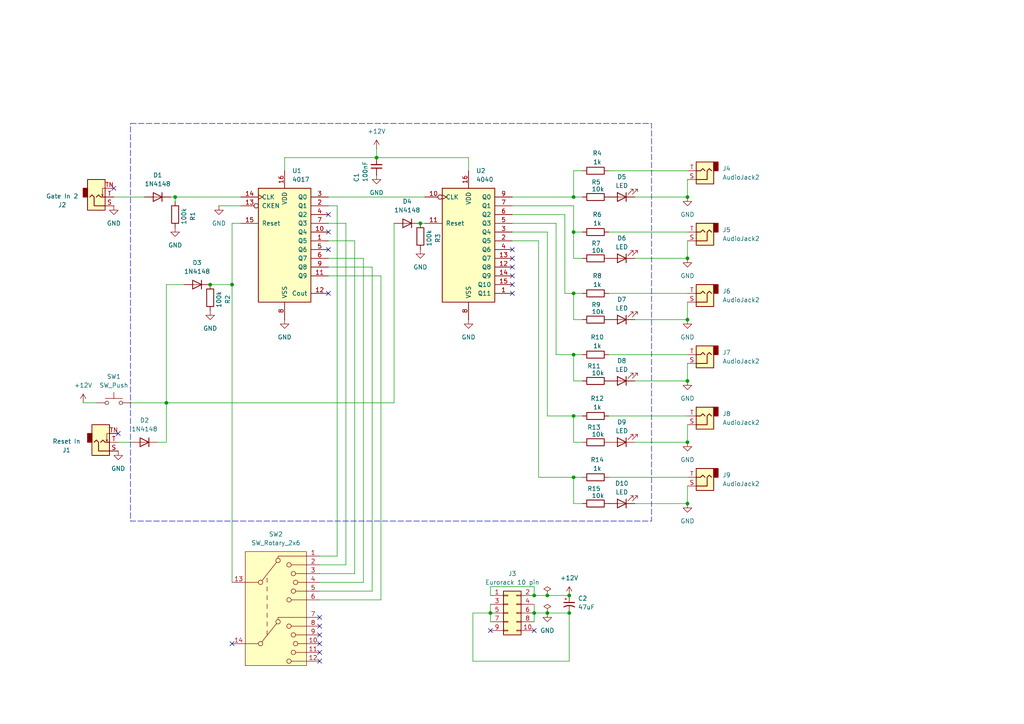
<source format=kicad_sch>
(kicad_sch (version 20231120) (generator "eeschema") (generator_version "8.0")
  (paper "A4")
  (title_block (title "clock divider") (date "2024-05-17") (rev "1") (company "Cynthia"))
  (lib_symbols
    (symbol "+12V_1" (power) (pin_numbers hide) (pin_names (offset 0) hide)
      (property "Value" "+12V" (at 0 3.556 0))
      (symbol "+12V_1_0_1"
        (polyline (pts (xy -0.762 1.27) (xy 0 2.54)))
        (polyline (pts (xy 0 0) (xy 0 2.54)))
        (polyline (pts (xy 0 2.54) (xy 0.762 1.27)))
      )
      (symbol "+12V_1_1_1"
        (pin power_in line (at 0 0 90) (length 0) (name "~") (number "1"))
      )
    )
    (symbol "4xxx:4017" (pin_names (offset 1.016))
      (property "Reference" "U" (at -7.62 16.51 0))
      (property "Value" "4017" (at -7.62 -19.05 0))
      (symbol "4017_1_0"
        (pin output line (at 12.7 0 180) (length 5.08) (name "Q5") (number "1"))
        (pin output line (at 12.7 2.54 180) (length 5.08) (name "Q4") (number "10"))
        (pin output line (at 12.7 -10.16 180) (length 5.08) (name "Q9") (number "11"))
        (pin output line (at 12.7 -15.24 180) (length 5.08) (name "Cout") (number "12"))
        (pin input inverted (at -12.7 10.16 0) (length 5.08) (name "CKEN") (number "13"))
        (pin input clock (at -12.7 12.7 0) (length 5.08) (name "CLK") (number "14"))
        (pin input line (at -12.7 5.08 0) (length 5.08) (name "Reset") (number "15"))
        (pin power_in line (at 0 20.32 270) (length 5.08) (name "VDD") (number "16"))
        (pin output line (at 12.7 10.16 180) (length 5.08) (name "Q1") (number "2"))
        (pin output line (at 12.7 12.7 180) (length 5.08) (name "Q0") (number "3"))
        (pin output line (at 12.7 7.62 180) (length 5.08) (name "Q2") (number "4"))
        (pin output line (at 12.7 -2.54 180) (length 5.08) (name "Q6") (number "5"))
        (pin output line (at 12.7 -5.08 180) (length 5.08) (name "Q7") (number "6"))
        (pin output line (at 12.7 5.08 180) (length 5.08) (name "Q3") (number "7"))
        (pin power_in line (at 0 -22.86 90) (length 5.08) (name "VSS") (number "8"))
        (pin output line (at 12.7 -7.62 180) (length 5.08) (name "Q8") (number "9"))
      )
      (symbol "4017_1_1"
        (rectangle (start -7.62 15.24) (end 7.62 -17.78) (stroke (width 0.254)) (fill (type background)))
      )
    )
    (symbol "4xxx:4040" (pin_names (offset 1.016))
      (property "Reference" "U" (at -7.62 16.51 0))
      (property "Value" "4040" (at -7.62 -19.05 0))
      (symbol "4040_1_0"
        (pin output line (at 12.7 -15.24 180) (length 5.08) (name "Q11") (number "1"))
        (pin input inverted_clock (at -12.7 12.7 0) (length 5.08) (name "CLK") (number "10"))
        (pin input line (at -12.7 5.08 0) (length 5.08) (name "Reset") (number "11"))
        (pin output line (at 12.7 -7.62 180) (length 5.08) (name "Q8") (number "12"))
        (pin output line (at 12.7 -5.08 180) (length 5.08) (name "Q7") (number "13"))
        (pin output line (at 12.7 -10.16 180) (length 5.08) (name "Q9") (number "14"))
        (pin output line (at 12.7 -12.7 180) (length 5.08) (name "Q10") (number "15"))
        (pin power_in line (at 0 20.32 270) (length 5.08) (name "VDD") (number "16"))
        (pin output line (at 12.7 0 180) (length 5.08) (name "Q5") (number "2"))
        (pin output line (at 12.7 2.54 180) (length 5.08) (name "Q4") (number "3"))
        (pin output line (at 12.7 -2.54 180) (length 5.08) (name "Q6") (number "4"))
        (pin output line (at 12.7 5.08 180) (length 5.08) (name "Q3") (number "5"))
        (pin output line (at 12.7 7.62 180) (length 5.08) (name "Q2") (number "6"))
        (pin output line (at 12.7 10.16 180) (length 5.08) (name "Q1") (number "7"))
        (pin power_in line (at 0 -22.86 90) (length 5.08) (name "VSS") (number "8"))
        (pin output line (at 12.7 12.7 180) (length 5.08) (name "Q0") (number "9"))
      )
      (symbol "4040_1_1"
        (rectangle (start -7.62 15.24) (end 7.62 -17.78) (stroke (width 0.254)) (fill (type background)))
      )
    )
    (symbol "Connector_Audio:AudioJack2"
      (property "Reference" "J" (at 0 8.89 0))
      (property "Value" "AudioJack2" (at 0 6.35 0))
      (symbol "AudioJack2_0_1"
        (rectangle (start -3.81 0) (end -2.54 -2.54) (stroke (width 0.254)) (fill (type outline)))
        (rectangle (start -2.54 3.81) (end 2.54 -2.54) (stroke (width 0.254)) (fill (type background)))
        (polyline (pts (xy 0 0) (xy 0.635 -0.635) (xy 1.27 0) (xy 2.54 0)) (stroke (width 0.254)))
        (polyline (pts (xy 2.54 2.54) (xy -0.635 2.54) (xy -0.635 0) (xy -1.27 -0.635) (xy -1.905 0)) (stroke (width 0.254)))
      )
      (symbol "AudioJack2_1_1"
        (pin passive line (at 5.08 2.54 180) (length 2.54) (name "~") (number "S"))
        (pin passive line (at 5.08 0 180) (length 2.54) (name "~") (number "T"))
      )
    )
    (symbol "Connector_Audio:AudioJack2_SwitchT"
      (property "Reference" "J" (at 0 8.89 0))
      (property "Value" "AudioJack2_SwitchT" (at 0 6.35 0))
      (symbol "AudioJack2_SwitchT_0_1"
        (rectangle (start -2.54 0) (end -3.81 -2.54) (stroke (width 0.254)) (fill (type outline)))
        (polyline (pts (xy 1.778 -0.254) (xy 2.032 -0.762)))
        (polyline (pts (xy 0 0) (xy 0.635 -0.635) (xy 1.27 0) (xy 2.54 0)) (stroke (width 0.254)))
        (polyline (pts (xy 2.54 -2.54) (xy 1.778 -2.54) (xy 1.778 -0.254) (xy 1.524 -0.762)))
        (polyline (pts (xy 2.54 2.54) (xy -0.635 2.54) (xy -0.635 0) (xy -1.27 -0.635) (xy -1.905 0)) (stroke (width 0.254)))
        (rectangle (start 2.54 3.81) (end -2.54 -5.08) (stroke (width 0.254)) (fill (type background)))
      )
      (symbol "AudioJack2_SwitchT_1_1"
        (pin passive line (at 5.08 2.54 180) (length 2.54) (name "~") (number "S"))
        (pin passive line (at 5.08 0 180) (length 2.54) (name "~") (number "T"))
        (pin passive line (at 5.08 -2.54 180) (length 2.54) (name "~") (number "TN"))
      )
    )
    (symbol "Connector_Generic:Conn_02x05_Odd_Even" (pin_names (offset 1.016) hide)
      (property "Reference" "J" (at 1.27 7.62 0))
      (property "Value" "Conn_02x05_Odd_Even" (at 1.27 -7.62 0))
      (symbol "Conn_02x05_Odd_Even_1_1"
        (rectangle (start -1.27 -4.953) (end 0 -5.207) (stroke (width 0.1524)))
        (rectangle (start -1.27 -2.413) (end 0 -2.667) (stroke (width 0.1524)))
        (rectangle (start -1.27 0.127) (end 0 -0.127) (stroke (width 0.1524)))
        (rectangle (start -1.27 2.667) (end 0 2.413) (stroke (width 0.1524)))
        (rectangle (start -1.27 5.207) (end 0 4.953) (stroke (width 0.1524)))
        (rectangle (start -1.27 6.35) (end 3.81 -6.35) (stroke (width 0.254)) (fill (type background)))
        (rectangle (start 3.81 -4.953) (end 2.54 -5.207) (stroke (width 0.1524)))
        (rectangle (start 3.81 -2.413) (end 2.54 -2.667) (stroke (width 0.1524)))
        (rectangle (start 3.81 0.127) (end 2.54 -0.127) (stroke (width 0.1524)))
        (rectangle (start 3.81 2.667) (end 2.54 2.413) (stroke (width 0.1524)))
        (rectangle (start 3.81 5.207) (end 2.54 4.953) (stroke (width 0.1524)))
        (pin passive line (at -5.08 5.08 0) (length 3.81) (name "Pin_1") (number "1"))
        (pin passive line (at 7.62 -5.08 180) (length 3.81) (name "Pin_10") (number "10"))
        (pin passive line (at 7.62 5.08 180) (length 3.81) (name "Pin_2") (number "2"))
        (pin passive line (at -5.08 2.54 0) (length 3.81) (name "Pin_3") (number "3"))
        (pin passive line (at 7.62 2.54 180) (length 3.81) (name "Pin_4") (number "4"))
        (pin passive line (at -5.08 0 0) (length 3.81) (name "Pin_5") (number "5"))
        (pin passive line (at 7.62 0 180) (length 3.81) (name "Pin_6") (number "6"))
        (pin passive line (at -5.08 -2.54 0) (length 3.81) (name "Pin_7") (number "7"))
        (pin passive line (at 7.62 -2.54 180) (length 3.81) (name "Pin_8") (number "8"))
        (pin passive line (at -5.08 -5.08 0) (length 3.81) (name "Pin_9") (number "9"))
      )
    )
    (symbol "Device:C_Polarized_Small_US" (pin_numbers hide) (pin_names (offset 0.254) hide)
      (property "Reference" "C" (at 0.254 1.778 0))
      (property "Value" "C_Polarized_Small_US" (at 0.254 -2.032 0))
      (symbol "C_Polarized_Small_US_0_1"
        (polyline (pts (xy -1.524 0.508) (xy 1.524 0.508)) (stroke (width 0.3048)))
        (polyline (pts (xy -1.27 1.524) (xy -0.762 1.524)))
        (polyline (pts (xy -1.016 1.27) (xy -1.016 1.778)))
        (arc (start 1.524 -0.762) (mid 0 -0.3734) (end -1.524 -0.762) (stroke (width 0.3048)))
      )
      (symbol "C_Polarized_Small_US_1_1"
        (pin passive line (at 0 2.54 270) (length 2.032) (name "~") (number "1"))
        (pin passive line (at 0 -2.54 90) (length 2.032) (name "~") (number "2"))
      )
    )
    (symbol "Device:C_Small" (pin_numbers hide) (pin_names (offset 0.254) hide)
      (property "Reference" "C" (at 0.254 1.778 0))
      (property "Value" "C_Small" (at 0.254 -2.032 0))
      (symbol "C_Small_0_1"
        (polyline (pts (xy -1.524 -0.508) (xy 1.524 -0.508)) (stroke (width 0.3302)))
        (polyline (pts (xy -1.524 0.508) (xy 1.524 0.508)) (stroke (width 0.3048)))
      )
      (symbol "C_Small_1_1"
        (pin passive line (at 0 2.54 270) (length 2.032) (name "~") (number "1"))
        (pin passive line (at 0 -2.54 90) (length 2.032) (name "~") (number "2"))
      )
    )
    (symbol "Device:D" (pin_numbers hide) (pin_names (offset 1.016) hide)
      (property "Reference" "D" (at 0 2.54 0))
      (property "Value" "D" (at 0 -2.54 0))
      (symbol "D_0_1"
        (polyline (pts (xy -1.27 1.27) (xy -1.27 -1.27)) (stroke (width 0.254)))
        (polyline (pts (xy 1.27 0) (xy -1.27 0)))
        (polyline (pts (xy 1.27 1.27) (xy 1.27 -1.27) (xy -1.27 0) (xy 1.27 1.27)) (stroke (width 0.254)))
      )
      (symbol "D_1_1"
        (pin passive line (at -3.81 0 0) (length 2.54) (name "K") (number "1"))
        (pin passive line (at 3.81 0 180) (length 2.54) (name "A") (number "2"))
      )
    )
    (symbol "Device:LED" (pin_numbers hide) (pin_names (offset 1.016) hide)
      (property "Reference" "D" (at 0 2.54 0))
      (property "Value" "LED" (at 0 -2.54 0))
      (symbol "LED_0_1"
        (polyline (pts (xy -1.27 -1.27) (xy -1.27 1.27)) (stroke (width 0.254)))
        (polyline (pts (xy -1.27 0) (xy 1.27 0)))
        (polyline (pts (xy 1.27 -1.27) (xy 1.27 1.27) (xy -1.27 0) (xy 1.27 -1.27)) (stroke (width 0.254)))
        (polyline (pts (xy -3.048 -0.762) (xy -4.572 -2.286) (xy -3.81 -2.286) (xy -4.572 -2.286) (xy -4.572 -1.524)))
        (polyline (pts (xy -1.778 -0.762) (xy -3.302 -2.286) (xy -2.54 -2.286) (xy -3.302 -2.286) (xy -3.302 -1.524)))
      )
      (symbol "LED_1_1"
        (pin passive line (at -3.81 0 0) (length 2.54) (name "K") (number "1"))
        (pin passive line (at 3.81 0 180) (length 2.54) (name "A") (number "2"))
      )
    )
    (symbol "Device:R" (pin_numbers hide) (pin_names (offset 0))
      (property "Reference" "R" (at 2.032 0 90))
      (property "Value" "R" (at 0 0 90))
      (symbol "R_0_1"
        (rectangle (start -1.016 -2.54) (end 1.016 2.54) (stroke (width 0.254)))
      )
      (symbol "R_1_1"
        (pin passive line (at 0 3.81 270) (length 1.27) (name "~") (number "1"))
        (pin passive line (at 0 -3.81 90) (length 1.27) (name "~") (number "2"))
      )
    )
    (symbol "Switch:SW_Push" (pin_numbers hide) (pin_names (offset 1.016) hide)
      (property "Reference" "SW" (at 1.27 2.54 0))
      (property "Value" "SW_Push" (at 0 -1.524 0))
      (symbol "SW_Push_0_1"
        (circle (center -2.032 0) (radius 0.508))
        (polyline (pts (xy 0 1.27) (xy 0 3.048)))
        (polyline (pts (xy 2.54 1.27) (xy -2.54 1.27)))
        (circle (center 2.032 0) (radius 0.508))
        (pin passive line (at -5.08 0 0) (length 2.54) (name "1") (number "1"))
        (pin passive line (at 5.08 0 180) (length 2.54) (name "2") (number "2"))
      )
    )
    (symbol "Switch:SW_Rotary_2x6" (pin_names (offset 1.016) hide)
      (property "Reference" "SW" (at 0 17.78 0))
      (property "Value" "SW_Rotary_2x6" (at 0 -17.78 0))
      (symbol "SW_Rotary_2x6_0_0"
        (circle (center -4.445 -10.16) (radius 0.635))
        (circle (center -4.445 7.62) (radius 0.635))
        (polyline (pts (xy -4.064 -9.652) (xy 0.2032 -4.318)))
        (polyline (pts (xy -4.0132 8.128) (xy 0.2032 13.462)))
        (polyline (pts (xy -2.54 -7.62) (xy -2.54 -6.35)))
        (polyline (pts (xy -2.54 -5.08) (xy -2.54 -3.81)))
        (polyline (pts (xy -2.54 -2.54) (xy -2.54 -1.27)))
        (polyline (pts (xy -2.54 0) (xy -2.54 1.27)))
        (polyline (pts (xy -2.54 2.54) (xy -2.54 3.81)))
        (polyline (pts (xy -2.54 5.08) (xy -2.54 6.35)))
        (polyline (pts (xy -2.54 7.62) (xy -2.54 8.89)))
        (polyline (pts (xy 4.445 -5.08) (xy 8.89 -5.08)))
        (polyline (pts (xy 4.445 12.7) (xy 8.89 12.7)))
        (polyline (pts (xy 5.715 -12.7) (xy 8.89 -12.7)))
        (polyline (pts (xy 5.715 -7.62) (xy 8.89 -7.62)))
        (polyline (pts (xy 5.715 5.08) (xy 8.89 5.08)))
        (polyline (pts (xy 5.715 10.16) (xy 8.89 10.16)))
        (polyline (pts (xy 6.35 -10.16) (xy 8.89 -10.16)))
        (polyline (pts (xy 6.35 7.62) (xy 8.89 7.62)))
        (polyline (pts (xy 8.89 -15.24) (xy 4.445 -15.24)))
        (polyline (pts (xy 8.89 2.54) (xy 4.445 2.54)))
        (polyline (pts (xy 0.635 -3.175) (xy 0.635 -2.54) (xy 8.89 -2.54)))
        (polyline (pts (xy 0.635 14.605) (xy 0.635 15.24) (xy 8.89 15.24)))
        (circle (center 0.635 -3.81) (radius 0.635))
        (circle (center 0.635 13.97) (radius 0.635))
        (circle (center 3.81 -15.24) (radius 0.635))
        (circle (center 3.81 -5.08) (radius 0.635))
        (circle (center 3.81 2.54) (radius 0.635))
        (circle (center 3.81 12.7) (radius 0.635))
        (circle (center 5.08 -12.7) (radius 0.635))
        (circle (center 5.08 -7.62) (radius 0.635))
        (circle (center 5.08 5.08) (radius 0.635))
        (circle (center 5.08 10.16) (radius 0.635))
        (circle (center 5.715 -10.16) (radius 0.635))
        (circle (center 5.715 7.62) (radius 0.635))
      )
      (symbol "SW_Rotary_2x6_0_1"
        (polyline (pts (xy -5.1308 -10.16) (xy -8.89 -10.16)))
        (polyline (pts (xy -5.08 7.62) (xy -8.89 7.62)))
      )
      (symbol "SW_Rotary_2x6_1_1"
        (rectangle (start -8.89 16.51) (end 8.89 -16.51) (fill (type background)))
        (pin passive line (at 12.7 15.24 180) (length 3.81) (name "1") (number "1"))
        (pin passive line (at 12.7 -10.16 180) (length 3.81) (name "10") (number "10"))
        (pin passive line (at 12.7 -12.7 180) (length 3.81) (name "11") (number "11"))
        (pin passive line (at 12.7 -15.24 180) (length 3.81) (name "12") (number "12"))
        (pin passive line (at -12.7 7.62 0) (length 3.81) (name "13") (number "13"))
        (pin passive line (at -12.7 -10.16 0) (length 3.81) (name "14") (number "14"))
        (pin passive line (at 12.7 12.7 180) (length 3.81) (name "2") (number "2"))
        (pin passive line (at 12.7 10.16 180) (length 3.81) (name "3") (number "3"))
        (pin passive line (at 12.7 7.62 180) (length 3.81) (name "4") (number "4"))
        (pin passive line (at 12.7 5.08 180) (length 3.81) (name "5") (number "5"))
        (pin passive line (at 12.7 2.54 180) (length 3.81) (name "6") (number "6"))
        (pin passive line (at 12.7 -2.54 180) (length 3.81) (name "7") (number "7"))
        (pin passive line (at 12.7 -5.08 180) (length 3.81) (name "8") (number "8"))
        (pin passive line (at 12.7 -7.62 180) (length 3.81) (name "9") (number "9"))
      )
    )
    (symbol "power:GND" (power) (pin_numbers hide) (pin_names (offset 0) hide)
      (property "Value" "GND" (at 0 -3.81 0))
      (symbol "GND_0_1"
        (polyline (pts (xy 0 0) (xy 0 -1.27) (xy 1.27 -1.27) (xy 0 -2.54) (xy -1.27 -1.27) (xy 0 -1.27)))
      )
      (symbol "GND_1_1"
        (pin power_in line (at 0 0 270) (length 0) (name "~") (number "1"))
      )
    )
    (symbol "power:PWR_FLAG" (power) (pin_numbers hide) (pin_names (offset 0) hide)
      (property "Value" "PWR_FLAG" (at 0 3.81 0))
      (symbol "PWR_FLAG_0_0"
        (pin power_out line (at 0 0 90) (length 0) (name "~") (number "1"))
      )
      (symbol "PWR_FLAG_0_1"
        (polyline (pts (xy 0 0) (xy 0 1.27) (xy -1.016 1.905) (xy 0 2.54) (xy 1.016 1.905) (xy 0 1.27)))
      )
    )
  )
  (junction (at 199.39 74.93))
  (junction (at 165.1 177.8))
  (junction (at 50.8 57.15))
  (junction (at 166.37 102.87))
  (junction (at 166.37 85.09))
  (junction (at 199.39 128.27))
  (junction (at 142.24 177.8))
  (junction (at 166.37 57.15))
  (junction (at 60.96 82.55))
  (junction (at 166.37 67.31))
  (junction (at 158.75 177.8))
  (junction (at 166.37 120.65))
  (junction (at 109.22 45.72))
  (junction (at 154.94 172.72))
  (junction (at 158.75 172.72))
  (junction (at 199.39 146.05))
  (junction (at 199.39 57.15))
  (junction (at 67.31 82.55))
  (junction (at 165.1 172.72))
  (junction (at 48.26 116.84))
  (junction (at 199.39 92.71))
  (junction (at 121.92 64.77))
  (junction (at 166.37 138.43))
  (junction (at 154.94 177.8))
  (junction (at 199.39 110.49))
  (no_connect (at 148.59 82.55))
  (no_connect (at 148.59 72.39))
  (no_connect (at 148.59 85.09))
  (no_connect (at 148.59 74.93))
  (no_connect (at 95.25 85.09))
  (no_connect (at 148.59 77.47))
  (no_connect (at 154.94 182.88))
  (no_connect (at 92.71 181.61))
  (no_connect (at 92.71 179.07))
  (no_connect (at 34.29 125.73))
  (no_connect (at 67.31 186.69))
  (no_connect (at 142.24 182.88))
  (no_connect (at 92.71 186.69))
  (no_connect (at 95.25 67.31))
  (no_connect (at 95.25 72.39))
  (no_connect (at 33.02 54.61))
  (no_connect (at 92.71 189.23))
  (no_connect (at 148.59 80.01))
  (no_connect (at 95.25 62.23))
  (no_connect (at 92.71 184.15))
  (no_connect (at 92.71 191.77))
  (wire (pts (xy 168.91 138.43) (xy 166.37 138.43)))
  (wire (pts (xy 49.53 57.15) (xy 50.8 57.15)))
  (wire (pts (xy 168.91 85.09) (xy 166.37 85.09)))
  (wire (pts (xy 110.49 80.01) (xy 95.25 80.01)))
  (wire (pts (xy 107.95 77.47) (xy 95.25 77.47)))
  (wire (pts (xy 48.26 128.27) (xy 45.72 128.27)))
  (wire (pts (xy 176.53 120.65) (xy 199.39 120.65)))
  (wire (pts (xy 184.15 146.05) (xy 199.39 146.05)))
  (wire (pts (xy 109.22 45.72) (xy 135.89 45.72)))
  (wire (pts (xy 156.21 138.43) (xy 166.37 138.43)))
  (wire (pts (xy 176.53 102.87) (xy 199.39 102.87)))
  (wire (pts (xy 102.87 166.37) (xy 102.87 69.85)))
  (wire (pts (xy 176.53 67.31) (xy 199.39 67.31)))
  (wire (pts (xy 148.59 59.69) (xy 166.37 59.69)))
  (wire (pts (xy 60.96 82.55) (xy 67.31 82.55)))
  (wire (pts (xy 199.39 105.41) (xy 199.39 110.49)))
  (wire (pts (xy 38.1 116.84) (xy 48.26 116.84)))
  (wire (pts (xy 154.94 177.8) (xy 154.94 180.34)))
  (wire (pts (xy 67.31 82.55) (xy 67.31 168.91)))
  (wire (pts (xy 163.83 62.23) (xy 163.83 85.09)))
  (wire (pts (xy 137.16 191.77) (xy 165.1 191.77)))
  (wire (pts (xy 161.29 64.77) (xy 148.59 64.77)))
  (wire (pts (xy 166.37 128.27) (xy 168.91 128.27)))
  (wire (pts (xy 168.91 57.15) (xy 166.37 57.15)))
  (wire (pts (xy 199.39 123.19) (xy 199.39 128.27)))
  (wire (pts (xy 102.87 69.85) (xy 95.25 69.85)))
  (wire (pts (xy 176.53 49.53) (xy 199.39 49.53)))
  (wire (pts (xy 142.24 177.8) (xy 137.16 177.8)))
  (wire (pts (xy 105.41 74.93) (xy 95.25 74.93)))
  (wire (pts (xy 92.71 171.45) (xy 107.95 171.45)))
  (wire (pts (xy 163.83 85.09) (xy 166.37 85.09)))
  (wire (pts (xy 95.25 57.15) (xy 123.19 57.15)))
  (wire (pts (xy 156.21 138.43) (xy 156.21 69.85)))
  (wire (pts (xy 105.41 168.91) (xy 105.41 74.93)))
  (wire (pts (xy 137.16 177.8) (xy 137.16 191.77)))
  (wire (pts (xy 154.94 177.8) (xy 158.75 177.8)))
  (wire (pts (xy 158.75 172.72) (xy 165.1 172.72)))
  (wire (pts (xy 161.29 102.87) (xy 161.29 64.77)))
  (wire (pts (xy 109.22 43.18) (xy 109.22 45.72)))
  (wire (pts (xy 199.39 140.97) (xy 199.39 146.05)))
  (wire (pts (xy 92.71 163.83) (xy 100.33 163.83)))
  (wire (pts (xy 184.15 57.15) (xy 199.39 57.15)))
  (wire (pts (xy 82.55 45.72) (xy 109.22 45.72)))
  (wire (pts (xy 97.79 59.69) (xy 97.79 161.29)))
  (wire (pts (xy 33.02 57.15) (xy 41.91 57.15)))
  (wire (pts (xy 53.34 82.55) (xy 48.26 82.55)))
  (wire (pts (xy 199.39 69.85) (xy 199.39 74.93)))
  (wire (pts (xy 114.3 64.77) (xy 114.3 116.84)))
  (wire (pts (xy 48.26 82.55) (xy 48.26 116.84)))
  (wire (pts (xy 97.79 59.69) (xy 95.25 59.69)))
  (wire (pts (xy 148.59 57.15) (xy 166.37 57.15)))
  (wire (pts (xy 158.75 120.65) (xy 166.37 120.65)))
  (wire (pts (xy 67.31 64.77) (xy 67.31 82.55)))
  (wire (pts (xy 165.1 177.8) (xy 165.1 191.77)))
  (wire (pts (xy 48.26 116.84) (xy 48.26 128.27)))
  (wire (pts (xy 199.39 52.07) (xy 199.39 57.15)))
  (wire (pts (xy 24.13 116.84) (xy 27.94 116.84)))
  (wire (pts (xy 135.89 45.72) (xy 135.89 49.53)))
  (wire (pts (xy 176.53 85.09) (xy 199.39 85.09)))
  (wire (pts (xy 199.39 87.63) (xy 199.39 92.71)))
  (wire (pts (xy 166.37 85.09) (xy 166.37 92.71)))
  (wire (pts (xy 154.94 175.26) (xy 154.94 177.8)))
  (wire (pts (xy 142.24 172.72) (xy 142.24 170.18)))
  (wire (pts (xy 142.24 175.26) (xy 142.24 177.8)))
  (wire (pts (xy 102.87 166.37) (xy 92.71 166.37)))
  (wire (pts (xy 100.33 64.77) (xy 95.25 64.77)))
  (wire (pts (xy 34.29 128.27) (xy 38.1 128.27)))
  (wire (pts (xy 166.37 92.71) (xy 168.91 92.71)))
  (wire (pts (xy 154.94 172.72) (xy 158.75 172.72)))
  (wire (pts (xy 123.19 64.77) (xy 121.92 64.77)))
  (wire (pts (xy 142.24 177.8) (xy 142.24 180.34)))
  (wire (pts (xy 168.91 120.65) (xy 166.37 120.65)))
  (wire (pts (xy 158.75 67.31) (xy 148.59 67.31)))
  (wire (pts (xy 184.15 128.27) (xy 199.39 128.27)))
  (wire (pts (xy 154.94 170.18) (xy 154.94 172.72)))
  (wire (pts (xy 148.59 62.23) (xy 163.83 62.23)))
  (wire (pts (xy 142.24 170.18) (xy 154.94 170.18)))
  (wire (pts (xy 184.15 92.71) (xy 199.39 92.71)))
  (wire (pts (xy 161.29 102.87) (xy 166.37 102.87)))
  (wire (pts (xy 158.75 177.8) (xy 165.1 177.8)))
  (wire (pts (xy 107.95 171.45) (xy 107.95 77.47)))
  (wire (pts (xy 184.15 110.49) (xy 199.39 110.49)))
  (wire (pts (xy 168.91 67.31) (xy 166.37 67.31)))
  (wire (pts (xy 166.37 138.43) (xy 166.37 146.05)))
  (wire (pts (xy 50.8 58.42) (xy 50.8 57.15)))
  (wire (pts (xy 166.37 74.93) (xy 168.91 74.93)))
  (wire (pts (xy 168.91 49.53) (xy 166.37 49.53)))
  (wire (pts (xy 63.5 59.69) (xy 69.85 59.69)))
  (wire (pts (xy 48.26 116.84) (xy 114.3 116.84)))
  (wire (pts (xy 67.31 64.77) (xy 69.85 64.77)))
  (wire (pts (xy 168.91 102.87) (xy 166.37 102.87)))
  (wire (pts (xy 166.37 49.53) (xy 166.37 57.15)))
  (wire (pts (xy 166.37 67.31) (xy 166.37 74.93)))
  (wire (pts (xy 158.75 120.65) (xy 158.75 67.31)))
  (wire (pts (xy 156.21 69.85) (xy 148.59 69.85)))
  (wire (pts (xy 97.79 161.29) (xy 92.71 161.29)))
  (wire (pts (xy 166.37 110.49) (xy 168.91 110.49)))
  (wire (pts (xy 166.37 120.65) (xy 166.37 128.27)))
  (wire (pts (xy 100.33 163.83) (xy 100.33 64.77)))
  (wire (pts (xy 92.71 173.99) (xy 110.49 173.99)))
  (wire (pts (xy 166.37 59.69) (xy 166.37 67.31)))
  (wire (pts (xy 176.53 138.43) (xy 199.39 138.43)))
  (wire (pts (xy 166.37 146.05) (xy 168.91 146.05)))
  (wire (pts (xy 110.49 173.99) (xy 110.49 80.01)))
  (wire (pts (xy 50.8 57.15) (xy 69.85 57.15)))
  (wire (pts (xy 105.41 168.91) (xy 92.71 168.91)))
  (wire (pts (xy 184.15 74.93) (xy 199.39 74.93)))
  (wire (pts (xy 82.55 45.72) (xy 82.55 49.53)))
  (wire (pts (xy 166.37 102.87) (xy 166.37 110.49)))
  (rectangle (start 37.846 35.814) (end 188.976 151.13) (stroke (width 0) (type dash)))
  (symbol (lib_id "Device:C_Small") (at 109.22 48.26 180) (unit 1)
    (property "Reference" "C1" (at 103.378 52.832 90) (effects (justify right)))
    (property "Value" "100nF" (at 105.918 52.832 90) (effects (justify right)))
    (property "Footprint" "Capacitor_THT:C_Disc_D6.0mm_W2.5mm_P5.00mm" (effects (hide yes)))
    (property "Description" "Unpolarized capacitor, small symbol" (effects (hide yes)))
  )
  (symbol (lib_name "+12V_1") (lib_id "power:+12V") (at 24.13 116.84 0) (unit 1)
    (property "Reference" "#PWR01" (effects (hide yes)))
    (property "Value" "+12V" (at 24.13 111.76 0))
    (property "Description" "Power symbol creates a global label with name \"+12V\"" (effects (hide yes)))
  )
  (symbol (lib_id "Connector_Audio:AudioJack2") (at 204.47 85.09 180) (unit 1)
    (property "Reference" "J6" (at 209.55 84.4549 0) (effects (justify right)))
    (property "Value" "AudioJack2" (at 209.55 86.9949 0) (effects (justify right)))
    (property "Description" "Audio Jack, 2 Poles (Mono / TS)" (effects (hide yes)))
  )
  (symbol (lib_id "power:GND") (at 199.39 74.93 0) (unit 1)
    (property "Reference" "#PWR017" (effects (hide yes)))
    (property "Value" "GND" (at 199.39 80.01 0))
    (property "Description" "Power symbol creates a global label with name \"GND\" , ground" (effects (hide yes)))
  )
  (symbol (lib_id "Connector_Audio:AudioJack2") (at 204.47 120.65 180) (unit 1)
    (property "Reference" "J8" (at 209.55 120.0149 0) (effects (justify right)))
    (property "Value" "AudioJack2" (at 209.55 122.5549 0) (effects (justify right)))
    (property "Description" "Audio Jack, 2 Poles (Mono / TS)" (effects (hide yes)))
  )
  (symbol (lib_id "Device:R") (at 121.92 68.58 0) (unit 1)
    (property "Reference" "R3" (at 127 69.088 90))
    (property "Value" "100k" (at 124.46 69.088 90))
    (property "Footprint" "Resistor_THT:R_Axial_DIN0207_L6.3mm_D2.5mm_P10.16mm_Horizontal" (effects (hide yes)))
  )
  (symbol (lib_id "power:GND") (at 50.8 66.04 0) (unit 1)
    (property "Reference" "#PWR04" (effects (hide yes)))
    (property "Value" "GND" (at 50.8 71.12 0))
    (property "Description" "Power symbol creates a global label with name \"GND\" , ground" (effects (hide yes)))
  )
  (symbol (lib_id "power:GND") (at 121.92 72.39 0) (unit 1)
    (property "Reference" "#PWR013" (effects (hide yes)))
    (property "Value" "GND" (at 121.92 77.47 0))
    (property "Description" "Power symbol creates a global label with name \"GND\" , ground" (effects (hide yes)))
  )
  (symbol (lib_id "Connector_Audio:AudioJack2") (at 204.47 138.43 180) (unit 1)
    (property "Reference" "J9" (at 209.55 137.7949 0) (effects (justify right)))
    (property "Value" "AudioJack2" (at 209.55 140.3349 0) (effects (justify right)))
    (property "Description" "Audio Jack, 2 Poles (Mono / TS)" (effects (hide yes)))
  )
  (symbol (lib_id "power:GND") (at 60.96 90.17 0) (unit 1)
    (property "Reference" "#PWR05" (effects (hide yes)))
    (property "Value" "GND" (at 60.96 95.25 0))
    (property "Description" "Power symbol creates a global label with name \"GND\" , ground" (effects (hide yes)))
  )
  (symbol (lib_id "Device:R") (at 172.72 102.87 90) (unit 1)
    (property "Reference" "R10" (at 173.228 97.79 90))
    (property "Value" "1k" (at 173.228 100.33 90))
    (property "Footprint" "Resistor_THT:R_Axial_DIN0207_L6.3mm_D2.5mm_P10.16mm_Horizontal" (effects (hide yes)))
  )
  (symbol (lib_id "Device:D") (at 41.91 128.27 180) (unit 1)
    (property "Reference" "D2" (at 41.91 121.92 0))
    (property "Value" "1N4148" (at 41.91 124.46 0))
    (property "Description" "Diode" (effects (hide yes)))
    (property "Sim.Device" "D" (effects (hide yes)))
    (property "Sim.Pins" "1=K 2=A" (effects (hide yes)))
  )
  (symbol (lib_id "Device:R") (at 172.72 110.49 270) (mirror x) (unit 1)
    (property "Reference" "R11" (at 174.244 106.172 90) (effects (justify right)))
    (property "Value" "10k" (at 175.26 108.204 90) (effects (justify right)))
    (property "Footprint" "Resistor_THT:R_Axial_DIN0207_L6.3mm_D2.5mm_P10.16mm_Horizontal" (effects (hide yes)))
  )
  (symbol (lib_id "Device:R") (at 172.72 92.71 270) (mirror x) (unit 1)
    (property "Reference" "R9" (at 174.244 88.392 90) (effects (justify right)))
    (property "Value" "10k" (at 175.26 90.424 90) (effects (justify right)))
    (property "Footprint" "Resistor_THT:R_Axial_DIN0207_L6.3mm_D2.5mm_P10.16mm_Horizontal" (effects (hide yes)))
  )
  (symbol (lib_id "Device:R") (at 172.72 67.31 90) (unit 1)
    (property "Reference" "R6" (at 173.228 62.23 90))
    (property "Value" "1k" (at 173.228 64.77 90))
    (property "Footprint" "Resistor_THT:R_Axial_DIN0207_L6.3mm_D2.5mm_P10.16mm_Horizontal" (effects (hide yes)))
  )
  (symbol (lib_id "power:PWR_FLAG") (at 158.75 172.72 0) (unit 1)
    (property "Reference" "#FLG01" (effects (hide yes)))
    (property "Value" "PWR_FLAG" (effects (hide yes)))
    (property "Description" "Special symbol for telling ERC where power comes from" (effects (hide yes)))
  )
  (symbol (lib_id "Connector_Audio:AudioJack2") (at 204.47 67.31 180) (unit 1)
    (property "Reference" "J5" (at 209.55 66.6749 0) (effects (justify right)))
    (property "Value" "AudioJack2" (at 209.55 69.2149 0) (effects (justify right)))
    (property "Description" "Audio Jack, 2 Poles (Mono / TS)" (effects (hide yes)))
  )
  (symbol (lib_id "Connector_Audio:AudioJack2") (at 204.47 49.53 180) (unit 1)
    (property "Reference" "J4" (at 209.55 48.8949 0) (effects (justify right)))
    (property "Value" "AudioJack2" (at 209.55 51.4349 0) (effects (justify right)))
    (property "Description" "Audio Jack, 2 Poles (Mono / TS)" (effects (hide yes)))
  )
  (symbol (lib_id "Device:D") (at 118.11 64.77 180) (unit 1)
    (property "Reference" "D4" (at 118.11 58.42 0))
    (property "Value" "1N4148" (at 118.11 60.96 0))
    (property "Description" "Diode" (effects (hide yes)))
    (property "Sim.Device" "D" (effects (hide yes)))
    (property "Sim.Pins" "1=K 2=A" (effects (hide yes)))
  )
  (symbol (lib_id "Device:R") (at 172.72 146.05 270) (mirror x) (unit 1)
    (property "Reference" "R15" (at 174.244 141.732 90) (effects (justify right)))
    (property "Value" "10k" (at 175.26 143.764 90) (effects (justify right)))
    (property "Footprint" "Resistor_THT:R_Axial_DIN0207_L6.3mm_D2.5mm_P10.16mm_Horizontal" (effects (hide yes)))
  )
  (symbol (lib_id "power:GND") (at 135.89 92.71 0) (unit 1)
    (property "Reference" "#PWR015" (effects (hide yes)))
    (property "Value" "GND" (at 135.89 97.79 0))
    (property "Description" "Power symbol creates a global label with name \"GND\" , ground" (effects (hide yes)))
  )
  (symbol (lib_id "power:GND") (at 109.22 50.8 0) (unit 1)
    (property "Reference" "#PWR07" (effects (hide yes)))
    (property "Value" "GND" (at 109.22 55.88 0))
    (property "Description" "Power symbol creates a global label with name \"GND\" , ground" (effects (hide yes)))
  )
  (symbol (lib_id "Device:LED") (at 180.34 57.15 180) (unit 1)
    (property "Reference" "D5" (at 180.34 51.308 0))
    (property "Value" "LED" (at 180.34 53.848 0))
    (property "Description" "Light emitting diode" (effects (hide yes)))
  )
  (symbol (lib_id "Connector_Audio:AudioJack2") (at 204.47 102.87 180) (unit 1)
    (property "Reference" "J7" (at 209.55 102.2349 0) (effects (justify right)))
    (property "Value" "AudioJack2" (at 209.55 104.7749 0) (effects (justify right)))
    (property "Description" "Audio Jack, 2 Poles (Mono / TS)" (effects (hide yes)))
  )
  (symbol (lib_id "Device:R") (at 172.72 49.53 90) (unit 1)
    (property "Reference" "R4" (at 173.228 44.45 90))
    (property "Value" "1k" (at 173.228 46.99 90))
    (property "Footprint" "Resistor_THT:R_Axial_DIN0207_L6.3mm_D2.5mm_P10.16mm_Horizontal" (effects (hide yes)))
  )
  (symbol (lib_id "power:GND") (at 199.39 110.49 0) (unit 1)
    (property "Reference" "#PWR019" (effects (hide yes)))
    (property "Value" "GND" (at 199.39 115.57 0))
    (property "Description" "Power symbol creates a global label with name \"GND\" , ground" (effects (hide yes)))
  )
  (symbol (lib_id "power:GND") (at 33.02 59.69 0) (unit 1)
    (property "Reference" "#PWR03" (effects (hide yes)))
    (property "Value" "GND" (at 33.02 64.77 0))
    (property "Description" "Power symbol creates a global label with name \"GND\" , ground" (effects (hide yes)))
  )
  (symbol (lib_id "Device:R") (at 172.72 138.43 90) (unit 1)
    (property "Reference" "R14" (at 173.228 133.35 90))
    (property "Value" "1k" (at 173.228 135.89 90))
    (property "Footprint" "Resistor_THT:R_Axial_DIN0207_L6.3mm_D2.5mm_P10.16mm_Horizontal" (effects (hide yes)))
  )
  (symbol (lib_id "power:GND") (at 158.75 177.8 0) (unit 1)
    (property "Reference" "#PWR010" (effects (hide yes)))
    (property "Value" "GND" (at 158.75 182.88 0))
    (property "Description" "Power symbol creates a global label with name \"GND\" , ground" (effects (hide yes)))
  )
  (symbol (lib_id "Device:R") (at 50.8 62.23 0) (unit 1)
    (property "Reference" "R1" (at 55.88 62.738 90))
    (property "Value" "100k" (at 53.34 62.738 90))
    (property "Footprint" "Resistor_THT:R_Axial_DIN0207_L6.3mm_D2.5mm_P10.16mm_Horizontal" (effects (hide yes)))
  )
  (symbol (lib_name "+12V_1") (lib_id "power:+12V") (at 109.22 43.18 0) (unit 1)
    (property "Reference" "#PWR08" (effects (hide yes)))
    (property "Value" "+12V" (at 109.22 38.1 0))
    (property "Description" "Power symbol creates a global label with name \"+12V\"" (effects (hide yes)))
  )
  (symbol (lib_id "Connector_Generic:Conn_02x05_Odd_Even") (at 147.32 177.8 0) (unit 1)
    (property "Reference" "J3" (at 148.59 166.37 0))
    (property "Value" "Eurorack 10 pin" (at 148.59 168.91 0))
    (property "Footprint" "Connector_PinHeader_2.54mm:PinHeader_2x05_P2.54mm_Vertical" (effects (hide yes)))
    (property "Description" "Generic connector, double row, 02x05, odd/even pin numbering scheme (row 1 odd numbers, row 2 even numbers), script generated (kicad-library-utils/schlib/autogen/connector/)" (effects (hide yes)))
  )
  (symbol (lib_id "Device:LED") (at 180.34 110.49 180) (unit 1)
    (property "Reference" "D8" (at 180.34 104.648 0))
    (property "Value" "LED" (at 180.34 107.188 0))
    (property "Description" "Light emitting diode" (effects (hide yes)))
  )
  (symbol (lib_id "Device:LED") (at 180.34 92.71 180) (unit 1)
    (property "Reference" "D7" (at 180.34 86.868 0))
    (property "Value" "LED" (at 180.34 89.408 0))
    (property "Description" "Light emitting diode" (effects (hide yes)))
  )
  (symbol (lib_id "Switch:SW_Rotary_2x6") (at 80.01 176.53 0) (unit 1)
    (property "Reference" "SW2" (at 80.01 154.94 0))
    (property "Value" "SW_Rotary_2x6" (at 80.01 157.48 0))
    (property "Datasheet" "http://cdn-reichelt.de/documents/datenblatt/C200/DS-Serie%23LOR.pdf" (effects (hide yes)))
    (property "Description" "2 rotary switch with 6 positions" (effects (hide yes)))
  )
  (symbol (lib_id "power:GND") (at 199.39 57.15 0) (unit 1)
    (property "Reference" "#PWR016" (effects (hide yes)))
    (property "Value" "GND" (at 199.39 62.23 0))
    (property "Description" "Power symbol creates a global label with name \"GND\" , ground" (effects (hide yes)))
  )
  (symbol (lib_id "power:GND") (at 199.39 92.71 0) (unit 1)
    (property "Reference" "#PWR018" (effects (hide yes)))
    (property "Value" "GND" (at 199.39 97.79 0))
    (property "Description" "Power symbol creates a global label with name \"GND\" , ground" (effects (hide yes)))
  )
  (symbol (lib_id "power:GND") (at 82.55 92.71 0) (unit 1)
    (property "Reference" "#PWR09" (effects (hide yes)))
    (property "Value" "GND" (at 82.55 97.79 0))
    (property "Description" "Power symbol creates a global label with name \"GND\" , ground" (effects (hide yes)))
  )
  (symbol (lib_id "4xxx:4040") (at 135.89 69.85 0) (unit 1)
    (property "Reference" "U2" (at 138.0841 49.53 0) (effects (justify left)))
    (property "Value" "4040" (at 138.0841 52.07 0) (effects (justify left)))
    (property "Datasheet" "http://www.intersil.com/content/dam/Intersil/documents/cd40/cd4020bms-24bms-40bms.pdf" (effects (hide yes)))
    (property "Description" "Binary Counter 12 stages (Asynchronous)" (effects (hide yes)))
  )
  (symbol (lib_id "Device:D") (at 57.15 82.55 180) (unit 1)
    (property "Reference" "D3" (at 57.15 76.2 0))
    (property "Value" "1N4148" (at 57.15 78.74 0))
    (property "Description" "Diode" (effects (hide yes)))
    (property "Sim.Device" "D" (effects (hide yes)))
    (property "Sim.Pins" "1=K 2=A" (effects (hide yes)))
  )
  (symbol (lib_id "power:PWR_FLAG") (at 158.75 177.8 0) (unit 1)
    (property "Reference" "#FLG02" (effects (hide yes)))
    (property "Value" "PWR_FLAG" (effects (hide yes)))
    (property "Description" "Special symbol for telling ERC where power comes from" (effects (hide yes)))
  )
  (symbol (lib_id "Device:R") (at 172.72 74.93 270) (mirror x) (unit 1)
    (property "Reference" "R7" (at 174.244 70.612 90) (effects (justify right)))
    (property "Value" "10k" (at 175.26 72.644 90) (effects (justify right)))
    (property "Footprint" "Resistor_THT:R_Axial_DIN0207_L6.3mm_D2.5mm_P10.16mm_Horizontal" (effects (hide yes)))
  )
  (symbol (lib_id "Switch:SW_Push") (at 33.02 116.84 0) (unit 1)
    (property "Reference" "SW1" (at 33.02 109.22 0))
    (property "Value" "SW_Push" (at 33.02 111.76 0))
    (property "Description" "Push button switch, generic, two pins" (effects (hide yes)))
  )
  (symbol (lib_id "Device:D") (at 45.72 57.15 180) (unit 1)
    (property "Reference" "D1" (at 45.72 50.8 0))
    (property "Value" "1N4148" (at 45.72 53.34 0))
    (property "Description" "Diode" (effects (hide yes)))
    (property "Sim.Device" "D" (effects (hide yes)))
    (property "Sim.Pins" "1=K 2=A" (effects (hide yes)))
  )
  (symbol (lib_id "Device:R") (at 172.72 120.65 90) (unit 1)
    (property "Reference" "R12" (at 173.228 115.57 90))
    (property "Value" "1k" (at 173.228 118.11 90))
    (property "Footprint" "Resistor_THT:R_Axial_DIN0207_L6.3mm_D2.5mm_P10.16mm_Horizontal" (effects (hide yes)))
  )
  (symbol (lib_id "power:GND") (at 34.29 130.81 0) (unit 1)
    (property "Reference" "#PWR02" (effects (hide yes)))
    (property "Value" "GND" (at 34.29 135.89 0))
    (property "Description" "Power symbol creates a global label with name \"GND\" , ground" (effects (hide yes)))
  )
  (symbol (lib_id "power:GND") (at 199.39 146.05 0) (unit 1)
    (property "Reference" "#PWR021" (effects (hide yes)))
    (property "Value" "GND" (at 199.39 151.13 0))
    (property "Description" "Power symbol creates a global label with name \"GND\" , ground" (effects (hide yes)))
  )
  (symbol (lib_id "Device:C_Polarized_Small_US") (at 165.1 175.26 0) (unit 1)
    (property "Reference" "C2" (at 167.64 173.5581 0) (effects (justify left)))
    (property "Value" "47uF" (at 167.64 176.0981 0) (effects (justify left)))
    (property "Footprint" "Capacitor_THT:CP_Radial_D6.3mm_P2.50mm" (effects (hide yes)))
    (property "Description" "Polarized capacitor, small US symbol" (effects (hide yes)))
  )
  (symbol (lib_id "Device:R") (at 172.72 85.09 90) (unit 1)
    (property "Reference" "R8" (at 173.228 80.01 90))
    (property "Value" "1k" (at 173.228 82.55 90))
    (property "Footprint" "Resistor_THT:R_Axial_DIN0207_L6.3mm_D2.5mm_P10.16mm_Horizontal" (effects (hide yes)))
  )
  (symbol (lib_name "+12V_1") (lib_id "power:+12V") (at 165.1 172.72 0) (unit 1)
    (property "Reference" "#PWR011" (effects (hide yes)))
    (property "Value" "+12V" (at 165.1 167.64 0))
    (property "Description" "Power symbol creates a global label with name \"+12V\"" (effects (hide yes)))
  )
  (symbol (lib_id "Connector_Audio:AudioJack2_SwitchT") (at 29.21 128.27 0) (mirror x) (unit 1)
    (property "Reference" "J1" (at 19.304 130.556 0))
    (property "Value" "Reset In" (at 19.304 128.016 0))
    (property "Footprint" "Connector_Audio:Jack_6.35mm_Neutrik_NJ5FD-V_Vertical" (effects (hide yes)))
    (property "Description" "Audio Jack, 2 Poles (Mono / TS), Switched T Pole (Normalling)" (effects (hide yes)))
  )
  (symbol (lib_id "Connector_Audio:AudioJack2_SwitchT") (at 27.94 57.15 0) (mirror x) (unit 1)
    (property "Reference" "J2" (at 18.034 59.436 0))
    (property "Value" "Gate In 2" (at 18.034 56.896 0))
    (property "Footprint" "Connector_Audio:Jack_6.35mm_Neutrik_NJ5FD-V_Vertical" (effects (hide yes)))
    (property "Description" "Audio Jack, 2 Poles (Mono / TS), Switched T Pole (Normalling)" (effects (hide yes)))
  )
  (symbol (lib_id "Device:LED") (at 180.34 146.05 180) (unit 1)
    (property "Reference" "D10" (at 180.34 140.208 0))
    (property "Value" "LED" (at 180.34 142.748 0))
    (property "Description" "Light emitting diode" (effects (hide yes)))
  )
  (symbol (lib_id "power:GND") (at 199.39 128.27 0) (unit 1)
    (property "Reference" "#PWR020" (effects (hide yes)))
    (property "Value" "GND" (at 199.39 133.35 0))
    (property "Description" "Power symbol creates a global label with name \"GND\" , ground" (effects (hide yes)))
  )
  (symbol (lib_id "Device:LED") (at 180.34 128.27 180) (unit 1)
    (property "Reference" "D9" (at 180.34 122.428 0))
    (property "Value" "LED" (at 180.34 124.968 0))
    (property "Description" "Light emitting diode" (effects (hide yes)))
  )
  (symbol (lib_id "Device:R") (at 60.96 86.36 0) (unit 1)
    (property "Reference" "R2" (at 66.04 86.868 90))
    (property "Value" "100k" (at 63.5 86.868 90))
    (property "Footprint" "Resistor_THT:R_Axial_DIN0207_L6.3mm_D2.5mm_P10.16mm_Horizontal" (effects (hide yes)))
  )
  (symbol (lib_id "Device:R") (at 172.72 57.15 270) (mirror x) (unit 1)
    (property "Reference" "R5" (at 174.244 52.832 90) (effects (justify right)))
    (property "Value" "10k" (at 175.26 54.864 90) (effects (justify right)))
    (property "Footprint" "Resistor_THT:R_Axial_DIN0207_L6.3mm_D2.5mm_P10.16mm_Horizontal" (effects (hide yes)))
  )
  (symbol (lib_id "power:GND") (at 63.5 59.69 0) (unit 1)
    (property "Reference" "#PWR06" (effects (hide yes)))
    (property "Value" "GND" (at 63.5 64.77 0))
    (property "Description" "Power symbol creates a global label with name \"GND\" , ground" (effects (hide yes)))
  )
  (symbol (lib_id "4xxx:4017") (at 82.55 69.85 0) (unit 1)
    (property "Reference" "U1" (at 84.7441 49.53 0) (effects (justify left)))
    (property "Value" "4017" (at 84.7441 52.07 0) (effects (justify left)))
    (property "Datasheet" "http://www.intersil.com/content/dam/Intersil/documents/cd40/cd4017bms-22bms.pdf" (effects (hide yes)))
    (property "Description" "Johnson Counter ( 10 outputs )" (effects (hide yes)))
  )
  (symbol (lib_id "Device:LED") (at 180.34 74.93 180) (unit 1)
    (property "Reference" "D6" (at 180.34 69.088 0))
    (property "Value" "LED" (at 180.34 71.628 0))
    (property "Description" "Light emitting diode" (effects (hide yes)))
  )
  (symbol (lib_id "Device:R") (at 172.72 128.27 270) (mirror x) (unit 1)
    (property "Reference" "R13" (at 174.244 123.952 90) (effects (justify right)))
    (property "Value" "10k" (at 175.26 125.984 90) (effects (justify right)))
    (property "Footprint" "Resistor_THT:R_Axial_DIN0207_L6.3mm_D2.5mm_P10.16mm_Horizontal" (effects (hide yes)))
  )
)
</source>
